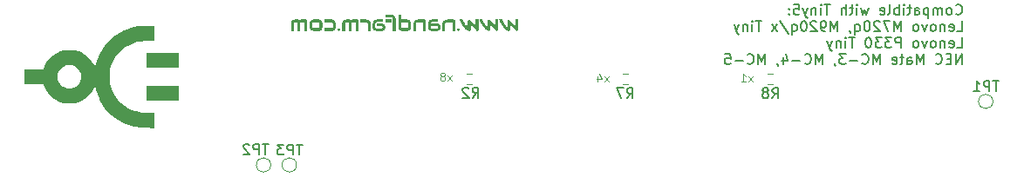
<source format=gbr>
%TF.GenerationSoftware,KiCad,Pcbnew,8.0.7*%
%TF.CreationDate,2025-04-01T17:38:45+03:00*%
%TF.ProjectId,RibbonRiser,52696262-6f6e-4526-9973-65722e6b6963,rev?*%
%TF.SameCoordinates,Original*%
%TF.FileFunction,Legend,Bot*%
%TF.FilePolarity,Positive*%
%FSLAX46Y46*%
G04 Gerber Fmt 4.6, Leading zero omitted, Abs format (unit mm)*
G04 Created by KiCad (PCBNEW 8.0.7) date 2025-04-01 17:38:45*
%MOMM*%
%LPD*%
G01*
G04 APERTURE LIST*
%ADD10C,0.110000*%
%ADD11C,0.150000*%
%ADD12C,0.120000*%
%ADD13C,0.000000*%
G04 APERTURE END LIST*
D10*
X113890476Y-128896375D02*
X113471428Y-128363041D01*
X113890476Y-128363041D02*
X113471428Y-128896375D01*
X112823809Y-128363041D02*
X112823809Y-128896375D01*
X113014285Y-128058280D02*
X113204762Y-128629708D01*
X113204762Y-128629708D02*
X112709523Y-128629708D01*
D11*
G36*
X103260317Y-122801252D02*
G01*
X103292855Y-122872579D01*
X103326721Y-122943310D01*
X103361914Y-123013446D01*
X103398436Y-123082986D01*
X103435874Y-123151313D01*
X103474182Y-123217808D01*
X103513360Y-123282472D01*
X103553408Y-123345303D01*
X103599242Y-123413274D01*
X103645655Y-123478289D01*
X103692648Y-123540348D01*
X103719005Y-123573548D01*
X103766317Y-123630020D01*
X103818681Y-123687465D01*
X103870831Y-123739329D01*
X103886434Y-123753799D01*
X103942881Y-123802041D01*
X104003374Y-123845782D01*
X104048000Y-123872501D01*
X104119913Y-123903005D01*
X104192362Y-123914958D01*
X104196744Y-123915000D01*
X104250600Y-123904741D01*
X104293831Y-123876531D01*
X104322407Y-123833667D01*
X104332665Y-123780177D01*
X104332665Y-123280090D01*
X104864626Y-123874699D01*
X104909323Y-123905474D01*
X104959148Y-123915000D01*
X105011538Y-123904741D01*
X105054403Y-123876531D01*
X105083712Y-123833667D01*
X105094337Y-123780177D01*
X105094337Y-122801252D01*
X104826524Y-122801252D01*
X104826524Y-123435795D01*
X104292732Y-122839354D01*
X104226684Y-122803219D01*
X104224221Y-122802718D01*
X104150956Y-122809544D01*
X104146186Y-122811510D01*
X104087492Y-122858514D01*
X104086102Y-122860603D01*
X104063776Y-122931387D01*
X104063754Y-122933876D01*
X104063754Y-123570983D01*
X104011325Y-123517882D01*
X103962116Y-123462992D01*
X103911706Y-123400546D01*
X103907316Y-123394762D01*
X103860377Y-123330345D01*
X103815775Y-123264543D01*
X103777257Y-123203520D01*
X103736563Y-123135419D01*
X103697601Y-123066626D01*
X103663684Y-123003485D01*
X103627465Y-122933802D01*
X103591852Y-122864293D01*
X103560003Y-122801252D01*
X103260317Y-122801252D01*
G37*
G36*
X101343499Y-122801252D02*
G01*
X101376037Y-122872579D01*
X101409903Y-122943310D01*
X101445097Y-123013446D01*
X101481618Y-123082986D01*
X101519056Y-123151313D01*
X101557364Y-123217808D01*
X101596542Y-123282472D01*
X101636591Y-123345303D01*
X101682424Y-123413274D01*
X101728837Y-123478289D01*
X101775830Y-123540348D01*
X101802187Y-123573548D01*
X101849499Y-123630020D01*
X101901863Y-123687465D01*
X101954013Y-123739329D01*
X101969616Y-123753799D01*
X102026063Y-123802041D01*
X102086556Y-123845782D01*
X102131182Y-123872501D01*
X102203096Y-123903005D01*
X102275544Y-123914958D01*
X102279926Y-123915000D01*
X102333782Y-123904741D01*
X102377013Y-123876531D01*
X102405589Y-123833667D01*
X102415847Y-123780177D01*
X102415847Y-123280090D01*
X102947808Y-123874699D01*
X102992505Y-123905474D01*
X103042330Y-123915000D01*
X103094720Y-123904741D01*
X103137585Y-123876531D01*
X103166894Y-123833667D01*
X103177519Y-123780177D01*
X103177519Y-122801252D01*
X102909706Y-122801252D01*
X102909706Y-123435795D01*
X102375914Y-122839354D01*
X102309866Y-122803219D01*
X102307404Y-122802718D01*
X102234138Y-122809544D01*
X102229368Y-122811510D01*
X102170674Y-122858514D01*
X102169284Y-122860603D01*
X102146958Y-122931387D01*
X102146936Y-122933876D01*
X102146936Y-123570983D01*
X102094507Y-123517882D01*
X102045299Y-123462992D01*
X101994888Y-123400546D01*
X101990498Y-123394762D01*
X101943559Y-123330345D01*
X101898957Y-123264543D01*
X101860439Y-123203520D01*
X101819746Y-123135419D01*
X101780784Y-123066626D01*
X101746866Y-123003485D01*
X101710647Y-122933802D01*
X101675034Y-122864293D01*
X101643185Y-122801252D01*
X101343499Y-122801252D01*
G37*
G36*
X99426681Y-122801252D02*
G01*
X99459219Y-122872579D01*
X99493085Y-122943310D01*
X99528279Y-123013446D01*
X99564801Y-123082986D01*
X99602238Y-123151313D01*
X99640546Y-123217808D01*
X99679725Y-123282472D01*
X99719773Y-123345303D01*
X99765606Y-123413274D01*
X99812019Y-123478289D01*
X99859012Y-123540348D01*
X99885369Y-123573548D01*
X99932681Y-123630020D01*
X99985045Y-123687465D01*
X100037195Y-123739329D01*
X100052798Y-123753799D01*
X100109245Y-123802041D01*
X100169739Y-123845782D01*
X100214364Y-123872501D01*
X100286278Y-123903005D01*
X100358726Y-123914958D01*
X100363108Y-123915000D01*
X100416964Y-123904741D01*
X100460195Y-123876531D01*
X100488771Y-123833667D01*
X100499030Y-123780177D01*
X100499030Y-123280090D01*
X101030990Y-123874699D01*
X101075687Y-123905474D01*
X101125512Y-123915000D01*
X101177903Y-123904741D01*
X101220767Y-123876531D01*
X101250076Y-123833667D01*
X101260701Y-123780177D01*
X101260701Y-122801252D01*
X100992889Y-122801252D01*
X100992889Y-123435795D01*
X100459096Y-122839354D01*
X100393048Y-122803219D01*
X100390586Y-122802718D01*
X100317320Y-122809544D01*
X100312550Y-122811510D01*
X100253856Y-122858514D01*
X100252466Y-122860603D01*
X100230140Y-122931387D01*
X100230118Y-122933876D01*
X100230118Y-123570983D01*
X100177689Y-123517882D01*
X100128481Y-123462992D01*
X100078070Y-123400546D01*
X100073681Y-123394762D01*
X100026741Y-123330345D01*
X99982140Y-123264543D01*
X99943621Y-123203520D01*
X99902928Y-123135419D01*
X99863966Y-123066626D01*
X99830048Y-123003485D01*
X99793829Y-122933802D01*
X99758217Y-122864293D01*
X99726367Y-122801252D01*
X99426681Y-122801252D01*
G37*
G36*
X99190743Y-123780177D02*
G01*
X99201734Y-123832201D01*
X99230310Y-123874333D01*
X99272442Y-123902543D01*
X99323367Y-123912801D01*
X99375390Y-123902543D01*
X99417889Y-123874333D01*
X99446099Y-123832201D01*
X99456357Y-123780177D01*
X99446099Y-123728886D01*
X99417889Y-123686755D01*
X99375390Y-123658178D01*
X99323367Y-123647187D01*
X99272442Y-123658178D01*
X99230310Y-123686755D01*
X99201734Y-123728886D01*
X99190743Y-123780177D01*
G37*
G36*
X97748733Y-123915000D02*
G01*
X98016912Y-123915000D01*
X98016912Y-123296577D01*
X98027009Y-123223968D01*
X98034863Y-123202421D01*
X98074547Y-123140549D01*
X98083956Y-123130980D01*
X98146227Y-123089346D01*
X98156496Y-123085184D01*
X98228719Y-123069631D01*
X98246622Y-123069064D01*
X98715568Y-123069064D01*
X98715568Y-123915000D01*
X98983381Y-123915000D01*
X98983381Y-122933876D01*
X98973122Y-122882219D01*
X98944180Y-122839720D01*
X98900949Y-122811510D01*
X98848192Y-122801252D01*
X98244424Y-122801252D01*
X98168907Y-122807119D01*
X98137812Y-122812609D01*
X98064715Y-122833511D01*
X98026803Y-122849246D01*
X97959799Y-122885825D01*
X97921657Y-122912993D01*
X97866187Y-122964616D01*
X97832997Y-123006782D01*
X97794408Y-123074055D01*
X97771448Y-123133911D01*
X97755144Y-123205599D01*
X97748933Y-123279770D01*
X97748733Y-123296577D01*
X97748733Y-123915000D01*
G37*
G36*
X96372302Y-123546071D02*
G01*
X96380030Y-123619115D01*
X96392086Y-123666238D01*
X96421697Y-123735764D01*
X96455467Y-123785673D01*
X96509441Y-123839099D01*
X96569773Y-123877997D01*
X96642480Y-123904556D01*
X96716433Y-123914421D01*
X96741231Y-123915000D01*
X97224466Y-123915000D01*
X97297510Y-123907415D01*
X97344633Y-123895582D01*
X97413979Y-123865791D01*
X97464068Y-123832201D01*
X97517494Y-123778045D01*
X97556392Y-123717896D01*
X97582951Y-123644925D01*
X97592816Y-123570875D01*
X97593394Y-123546071D01*
X97585810Y-123472884D01*
X97573977Y-123425537D01*
X97544186Y-123355714D01*
X97510596Y-123305736D01*
X97456440Y-123252127D01*
X97396290Y-123213412D01*
X97323320Y-123186589D01*
X97249270Y-123176627D01*
X97224466Y-123176043D01*
X96741231Y-123176043D01*
X96741231Y-123431765D01*
X97224466Y-123431765D01*
X97296967Y-123454016D01*
X97309096Y-123465471D01*
X97338047Y-123533206D01*
X97338771Y-123548269D01*
X97316037Y-123618166D01*
X97304333Y-123629968D01*
X97236829Y-123658562D01*
X97222267Y-123659277D01*
X96741231Y-123659277D01*
X96668972Y-123637510D01*
X96656967Y-123626304D01*
X96627659Y-123558926D01*
X96626926Y-123543872D01*
X96626926Y-123170181D01*
X96648451Y-123098963D01*
X96659532Y-123086650D01*
X96729135Y-123055995D01*
X96741231Y-123055509D01*
X97329612Y-123055509D01*
X97329612Y-122801252D01*
X96741231Y-122801252D01*
X96668330Y-122808980D01*
X96621430Y-122821036D01*
X96551904Y-122850647D01*
X96501995Y-122884417D01*
X96448387Y-122938390D01*
X96409672Y-122998722D01*
X96382849Y-123071430D01*
X96372886Y-123145383D01*
X96372302Y-123170181D01*
X96372302Y-123546071D01*
G37*
G36*
X94916004Y-123915000D02*
G01*
X95184183Y-123915000D01*
X95184183Y-123296577D01*
X95194281Y-123223968D01*
X95202135Y-123202421D01*
X95241818Y-123140549D01*
X95251228Y-123130980D01*
X95313498Y-123089346D01*
X95323768Y-123085184D01*
X95395990Y-123069631D01*
X95413893Y-123069064D01*
X95882840Y-123069064D01*
X95882840Y-123915000D01*
X96150652Y-123915000D01*
X96150652Y-122933876D01*
X96140394Y-122882219D01*
X96111451Y-122839720D01*
X96068220Y-122811510D01*
X96015464Y-122801252D01*
X95411695Y-122801252D01*
X95336179Y-122807119D01*
X95305083Y-122812609D01*
X95231986Y-122833511D01*
X95194075Y-122849246D01*
X95127070Y-122885825D01*
X95088928Y-122912993D01*
X95033458Y-122964616D01*
X95000268Y-123006782D01*
X94961680Y-123074055D01*
X94938719Y-123133911D01*
X94922415Y-123205599D01*
X94916204Y-123279770D01*
X94916004Y-123296577D01*
X94916004Y-123915000D01*
G37*
G36*
X93467400Y-123538743D02*
G01*
X93472964Y-123612237D01*
X93484986Y-123663307D01*
X93514534Y-123732636D01*
X93531514Y-123760027D01*
X93579737Y-123815669D01*
X93598192Y-123831102D01*
X93662526Y-123871716D01*
X93678060Y-123879096D01*
X93749321Y-123903226D01*
X93762690Y-123906207D01*
X93836470Y-123914922D01*
X93843656Y-123915000D01*
X94326891Y-123915000D01*
X94403644Y-123908800D01*
X94450355Y-123897414D01*
X94519354Y-123867693D01*
X94546709Y-123850519D01*
X94602557Y-123801610D01*
X94618150Y-123783108D01*
X94658764Y-123718774D01*
X94666144Y-123703241D01*
X94690275Y-123632240D01*
X94693255Y-123618977D01*
X94701970Y-123545798D01*
X94702048Y-123538743D01*
X94702048Y-123176043D01*
X94695820Y-123097597D01*
X94675183Y-123024748D01*
X94664312Y-123001653D01*
X94621997Y-122936624D01*
X94570523Y-122885150D01*
X94508174Y-122844794D01*
X94448524Y-122821036D01*
X94373830Y-122804517D01*
X94326891Y-122801252D01*
X93843656Y-122801252D01*
X93843656Y-123069064D01*
X94324692Y-123069064D01*
X94396698Y-123088626D01*
X94406025Y-123096542D01*
X94433624Y-123166442D01*
X94433869Y-123176043D01*
X94433869Y-123536912D01*
X94414568Y-123609989D01*
X94406758Y-123619344D01*
X94336495Y-123646942D01*
X94326891Y-123647187D01*
X93843656Y-123647187D01*
X93771361Y-123627365D01*
X93762323Y-123619344D01*
X93735451Y-123548416D01*
X93735212Y-123538743D01*
X93735212Y-122330108D01*
X93467400Y-122330108D01*
X93467400Y-123538743D01*
G37*
G36*
X92233485Y-123069064D02*
G01*
X92839452Y-123069064D01*
X92839452Y-122801252D01*
X92233485Y-122801252D01*
X92233485Y-123069064D01*
G37*
G36*
X92233485Y-122585830D02*
G01*
X92837254Y-122585830D01*
X92908304Y-122603969D01*
X92919685Y-122613307D01*
X92947284Y-122683207D01*
X92947529Y-122692808D01*
X92947529Y-123915000D01*
X93215708Y-123915000D01*
X93215708Y-122692808D01*
X93209508Y-122616055D01*
X93198122Y-122569344D01*
X93168401Y-122500345D01*
X93151228Y-122472990D01*
X93102318Y-122417348D01*
X93083817Y-122401915D01*
X93019483Y-122361302D01*
X93003949Y-122353921D01*
X92933209Y-122329694D01*
X92920052Y-122326810D01*
X92846634Y-122318095D01*
X92839452Y-122318018D01*
X92233485Y-122318018D01*
X92233485Y-122585830D01*
G37*
G36*
X91001402Y-123546071D02*
G01*
X91009130Y-123619115D01*
X91021186Y-123666238D01*
X91050797Y-123735764D01*
X91084567Y-123785673D01*
X91138540Y-123839099D01*
X91198872Y-123877997D01*
X91271580Y-123904556D01*
X91345533Y-123914421D01*
X91370331Y-123915000D01*
X91853565Y-123915000D01*
X91926609Y-123907415D01*
X91973733Y-123895582D01*
X92043079Y-123865791D01*
X92093168Y-123832201D01*
X92146594Y-123778045D01*
X92185491Y-123717896D01*
X92212051Y-123644925D01*
X92221916Y-123570875D01*
X92222494Y-123546071D01*
X92214909Y-123472884D01*
X92203077Y-123425537D01*
X92173286Y-123355714D01*
X92139696Y-123305736D01*
X92085540Y-123252127D01*
X92025390Y-123213412D01*
X91952420Y-123186589D01*
X91878369Y-123176627D01*
X91853565Y-123176043D01*
X91370331Y-123176043D01*
X91370331Y-123431765D01*
X91853565Y-123431765D01*
X91926067Y-123454016D01*
X91938196Y-123465471D01*
X91967147Y-123533206D01*
X91967871Y-123548269D01*
X91945136Y-123618166D01*
X91933433Y-123629968D01*
X91865929Y-123658562D01*
X91851367Y-123659277D01*
X91370331Y-123659277D01*
X91298071Y-123637510D01*
X91286067Y-123626304D01*
X91256759Y-123558926D01*
X91256025Y-123543872D01*
X91256025Y-123170181D01*
X91277551Y-123098963D01*
X91288632Y-123086650D01*
X91358235Y-123055995D01*
X91370331Y-123055509D01*
X91958712Y-123055509D01*
X91958712Y-122801252D01*
X91370331Y-122801252D01*
X91297430Y-122808980D01*
X91250530Y-122821036D01*
X91181004Y-122850647D01*
X91131095Y-122884417D01*
X91077486Y-122938390D01*
X91038771Y-122998722D01*
X91011949Y-123071430D01*
X91001986Y-123145383D01*
X91001402Y-123170181D01*
X91001402Y-123546071D01*
G37*
G36*
X89804856Y-123069064D02*
G01*
X90407892Y-123069064D01*
X90478942Y-123087204D01*
X90490324Y-123096542D01*
X90517560Y-123166442D01*
X90517801Y-123176043D01*
X90517801Y-123915000D01*
X90785980Y-123915000D01*
X90785980Y-123176043D01*
X90779780Y-123099289D01*
X90768394Y-123052578D01*
X90738673Y-122983580D01*
X90721500Y-122956224D01*
X90672590Y-122900583D01*
X90654089Y-122885150D01*
X90589755Y-122844536D01*
X90574221Y-122837156D01*
X90502960Y-122812929D01*
X90489591Y-122810045D01*
X90416713Y-122801329D01*
X90409724Y-122801252D01*
X89804856Y-122801252D01*
X89804856Y-123069064D01*
G37*
G36*
X88640917Y-123915000D02*
G01*
X88908729Y-123915000D01*
X88908729Y-123176043D01*
X88930047Y-123103714D01*
X88936573Y-123096542D01*
X89005776Y-123069494D01*
X89019005Y-123069064D01*
X89367418Y-123069064D01*
X89367418Y-123915000D01*
X89635230Y-123915000D01*
X89635230Y-122933876D01*
X89624972Y-122882219D01*
X89596029Y-122839720D01*
X89552798Y-122811510D01*
X89500041Y-122801252D01*
X89016807Y-122801252D01*
X88940246Y-122809772D01*
X88897372Y-122821036D01*
X88827511Y-122850415D01*
X88775739Y-122883684D01*
X88775739Y-122801252D01*
X88413039Y-122801252D01*
X88338056Y-122808980D01*
X88332805Y-122810045D01*
X88261968Y-122831567D01*
X88248907Y-122837156D01*
X88183457Y-122874532D01*
X88169040Y-122885150D01*
X88115096Y-122938548D01*
X88101995Y-122956224D01*
X88066257Y-123022886D01*
X88055467Y-123052578D01*
X88040355Y-123126395D01*
X88037882Y-123176043D01*
X88037882Y-123915000D01*
X88306060Y-123915000D01*
X88306060Y-123176043D01*
X88326256Y-123103714D01*
X88332438Y-123096542D01*
X88403054Y-123069306D01*
X88413039Y-123069064D01*
X88654106Y-123069064D01*
X88641960Y-123144326D01*
X88640917Y-123176043D01*
X88640917Y-123915000D01*
G37*
G36*
X87578461Y-123780177D02*
G01*
X87589452Y-123832201D01*
X87618028Y-123874333D01*
X87660160Y-123902543D01*
X87711085Y-123912801D01*
X87763108Y-123902543D01*
X87805607Y-123874333D01*
X87833817Y-123832201D01*
X87844075Y-123780177D01*
X87833817Y-123728886D01*
X87805607Y-123686755D01*
X87763108Y-123658178D01*
X87711085Y-123647187D01*
X87660160Y-123658178D01*
X87618028Y-123686755D01*
X87589452Y-123728886D01*
X87578461Y-123780177D01*
G37*
G36*
X86292156Y-123915000D02*
G01*
X87018656Y-123915000D01*
X87092272Y-123907415D01*
X87140289Y-123895582D01*
X87211348Y-123865443D01*
X87262288Y-123831102D01*
X87316676Y-123775778D01*
X87356078Y-123714598D01*
X87381873Y-123645596D01*
X87392892Y-123570471D01*
X87393813Y-123538743D01*
X87393813Y-123176043D01*
X87386085Y-123101060D01*
X87385020Y-123095809D01*
X87363401Y-123024972D01*
X87357909Y-123011912D01*
X87320533Y-122946461D01*
X87309916Y-122932044D01*
X87256392Y-122878100D01*
X87238841Y-122865000D01*
X87172179Y-122829451D01*
X87142487Y-122818838D01*
X87068356Y-122803725D01*
X87018656Y-122801252D01*
X86292156Y-122801252D01*
X86292156Y-123069064D01*
X87018656Y-123069064D01*
X87091265Y-123089541D01*
X87098524Y-123095809D01*
X87125211Y-123164771D01*
X87125635Y-123178241D01*
X87125635Y-123538743D01*
X87106073Y-123610034D01*
X87098157Y-123619344D01*
X87029515Y-123646752D01*
X87016458Y-123647187D01*
X86292156Y-123647187D01*
X86292156Y-123915000D01*
G37*
G36*
X85780389Y-122804517D02*
G01*
X85855083Y-122821036D01*
X85914734Y-122844794D01*
X85977083Y-122885150D01*
X86028557Y-122936624D01*
X86070872Y-123001653D01*
X86081743Y-123024748D01*
X86102379Y-123097597D01*
X86108607Y-123176043D01*
X86108607Y-123538743D01*
X86107686Y-123570471D01*
X86096668Y-123645596D01*
X86070872Y-123714598D01*
X86031470Y-123775778D01*
X85977083Y-123831102D01*
X85926142Y-123865443D01*
X85855083Y-123895582D01*
X85807067Y-123907415D01*
X85733450Y-123915000D01*
X85250216Y-123915000D01*
X85243030Y-123914922D01*
X85169249Y-123906207D01*
X85155890Y-123903226D01*
X85084986Y-123879096D01*
X85069452Y-123871716D01*
X85005118Y-123831102D01*
X84986502Y-123815669D01*
X84938073Y-123760027D01*
X84921093Y-123732636D01*
X84891545Y-123663307D01*
X84879524Y-123612237D01*
X84873960Y-123538743D01*
X84873960Y-123178241D01*
X85142138Y-123178241D01*
X85142138Y-123538743D01*
X85142373Y-123548416D01*
X85168883Y-123619344D01*
X85177920Y-123627365D01*
X85250216Y-123647187D01*
X85731252Y-123647187D01*
X85744310Y-123646752D01*
X85812951Y-123619344D01*
X85820867Y-123610034D01*
X85840429Y-123538743D01*
X85840429Y-123176043D01*
X85840187Y-123166442D01*
X85812951Y-123096542D01*
X85803615Y-123088626D01*
X85731252Y-123069064D01*
X85250216Y-123069064D01*
X85240546Y-123069299D01*
X85169982Y-123095809D01*
X85160520Y-123106856D01*
X85142138Y-123178241D01*
X84873960Y-123178241D01*
X84873960Y-123176043D01*
X84877285Y-123128629D01*
X84894110Y-123053677D01*
X84918313Y-122994027D01*
X84958590Y-122931678D01*
X85009881Y-122880112D01*
X85075094Y-122838255D01*
X85098399Y-122827595D01*
X85171649Y-122807359D01*
X85250216Y-122801252D01*
X85733450Y-122801252D01*
X85780389Y-122804517D01*
G37*
G36*
X83659829Y-123915000D02*
G01*
X83927641Y-123915000D01*
X83927641Y-123176043D01*
X83948959Y-123103714D01*
X83955484Y-123096542D01*
X84024687Y-123069494D01*
X84037916Y-123069064D01*
X84386329Y-123069064D01*
X84386329Y-123915000D01*
X84654141Y-123915000D01*
X84654141Y-122933876D01*
X84643883Y-122882219D01*
X84614940Y-122839720D01*
X84571709Y-122811510D01*
X84518953Y-122801252D01*
X84035718Y-122801252D01*
X83959157Y-122809772D01*
X83916284Y-122821036D01*
X83846422Y-122850415D01*
X83794651Y-122883684D01*
X83794651Y-122801252D01*
X83431950Y-122801252D01*
X83356967Y-122808980D01*
X83351716Y-122810045D01*
X83280879Y-122831567D01*
X83267819Y-122837156D01*
X83202368Y-122874532D01*
X83187951Y-122885150D01*
X83134007Y-122938548D01*
X83120907Y-122956224D01*
X83085169Y-123022886D01*
X83074378Y-123052578D01*
X83059266Y-123126395D01*
X83056793Y-123176043D01*
X83056793Y-123915000D01*
X83324972Y-123915000D01*
X83324972Y-123176043D01*
X83345167Y-123103714D01*
X83351350Y-123096542D01*
X83421966Y-123069306D01*
X83431950Y-123069064D01*
X83673018Y-123069064D01*
X83660872Y-123144326D01*
X83659829Y-123176043D01*
X83659829Y-123915000D01*
G37*
X147591792Y-122244748D02*
X147639411Y-122292368D01*
X147639411Y-122292368D02*
X147782268Y-122339987D01*
X147782268Y-122339987D02*
X147877506Y-122339987D01*
X147877506Y-122339987D02*
X148020363Y-122292368D01*
X148020363Y-122292368D02*
X148115601Y-122197129D01*
X148115601Y-122197129D02*
X148163220Y-122101891D01*
X148163220Y-122101891D02*
X148210839Y-121911415D01*
X148210839Y-121911415D02*
X148210839Y-121768558D01*
X148210839Y-121768558D02*
X148163220Y-121578082D01*
X148163220Y-121578082D02*
X148115601Y-121482844D01*
X148115601Y-121482844D02*
X148020363Y-121387606D01*
X148020363Y-121387606D02*
X147877506Y-121339987D01*
X147877506Y-121339987D02*
X147782268Y-121339987D01*
X147782268Y-121339987D02*
X147639411Y-121387606D01*
X147639411Y-121387606D02*
X147591792Y-121435225D01*
X147020363Y-122339987D02*
X147115601Y-122292368D01*
X147115601Y-122292368D02*
X147163220Y-122244748D01*
X147163220Y-122244748D02*
X147210839Y-122149510D01*
X147210839Y-122149510D02*
X147210839Y-121863796D01*
X147210839Y-121863796D02*
X147163220Y-121768558D01*
X147163220Y-121768558D02*
X147115601Y-121720939D01*
X147115601Y-121720939D02*
X147020363Y-121673320D01*
X147020363Y-121673320D02*
X146877506Y-121673320D01*
X146877506Y-121673320D02*
X146782268Y-121720939D01*
X146782268Y-121720939D02*
X146734649Y-121768558D01*
X146734649Y-121768558D02*
X146687030Y-121863796D01*
X146687030Y-121863796D02*
X146687030Y-122149510D01*
X146687030Y-122149510D02*
X146734649Y-122244748D01*
X146734649Y-122244748D02*
X146782268Y-122292368D01*
X146782268Y-122292368D02*
X146877506Y-122339987D01*
X146877506Y-122339987D02*
X147020363Y-122339987D01*
X146258458Y-122339987D02*
X146258458Y-121673320D01*
X146258458Y-121768558D02*
X146210839Y-121720939D01*
X146210839Y-121720939D02*
X146115601Y-121673320D01*
X146115601Y-121673320D02*
X145972744Y-121673320D01*
X145972744Y-121673320D02*
X145877506Y-121720939D01*
X145877506Y-121720939D02*
X145829887Y-121816177D01*
X145829887Y-121816177D02*
X145829887Y-122339987D01*
X145829887Y-121816177D02*
X145782268Y-121720939D01*
X145782268Y-121720939D02*
X145687030Y-121673320D01*
X145687030Y-121673320D02*
X145544173Y-121673320D01*
X145544173Y-121673320D02*
X145448934Y-121720939D01*
X145448934Y-121720939D02*
X145401315Y-121816177D01*
X145401315Y-121816177D02*
X145401315Y-122339987D01*
X144925125Y-121673320D02*
X144925125Y-122673320D01*
X144925125Y-121720939D02*
X144829887Y-121673320D01*
X144829887Y-121673320D02*
X144639411Y-121673320D01*
X144639411Y-121673320D02*
X144544173Y-121720939D01*
X144544173Y-121720939D02*
X144496554Y-121768558D01*
X144496554Y-121768558D02*
X144448935Y-121863796D01*
X144448935Y-121863796D02*
X144448935Y-122149510D01*
X144448935Y-122149510D02*
X144496554Y-122244748D01*
X144496554Y-122244748D02*
X144544173Y-122292368D01*
X144544173Y-122292368D02*
X144639411Y-122339987D01*
X144639411Y-122339987D02*
X144829887Y-122339987D01*
X144829887Y-122339987D02*
X144925125Y-122292368D01*
X143591792Y-122339987D02*
X143591792Y-121816177D01*
X143591792Y-121816177D02*
X143639411Y-121720939D01*
X143639411Y-121720939D02*
X143734649Y-121673320D01*
X143734649Y-121673320D02*
X143925125Y-121673320D01*
X143925125Y-121673320D02*
X144020363Y-121720939D01*
X143591792Y-122292368D02*
X143687030Y-122339987D01*
X143687030Y-122339987D02*
X143925125Y-122339987D01*
X143925125Y-122339987D02*
X144020363Y-122292368D01*
X144020363Y-122292368D02*
X144067982Y-122197129D01*
X144067982Y-122197129D02*
X144067982Y-122101891D01*
X144067982Y-122101891D02*
X144020363Y-122006653D01*
X144020363Y-122006653D02*
X143925125Y-121959034D01*
X143925125Y-121959034D02*
X143687030Y-121959034D01*
X143687030Y-121959034D02*
X143591792Y-121911415D01*
X143258458Y-121673320D02*
X142877506Y-121673320D01*
X143115601Y-121339987D02*
X143115601Y-122197129D01*
X143115601Y-122197129D02*
X143067982Y-122292368D01*
X143067982Y-122292368D02*
X142972744Y-122339987D01*
X142972744Y-122339987D02*
X142877506Y-122339987D01*
X142544172Y-122339987D02*
X142544172Y-121673320D01*
X142544172Y-121339987D02*
X142591791Y-121387606D01*
X142591791Y-121387606D02*
X142544172Y-121435225D01*
X142544172Y-121435225D02*
X142496553Y-121387606D01*
X142496553Y-121387606D02*
X142544172Y-121339987D01*
X142544172Y-121339987D02*
X142544172Y-121435225D01*
X142067982Y-122339987D02*
X142067982Y-121339987D01*
X142067982Y-121720939D02*
X141972744Y-121673320D01*
X141972744Y-121673320D02*
X141782268Y-121673320D01*
X141782268Y-121673320D02*
X141687030Y-121720939D01*
X141687030Y-121720939D02*
X141639411Y-121768558D01*
X141639411Y-121768558D02*
X141591792Y-121863796D01*
X141591792Y-121863796D02*
X141591792Y-122149510D01*
X141591792Y-122149510D02*
X141639411Y-122244748D01*
X141639411Y-122244748D02*
X141687030Y-122292368D01*
X141687030Y-122292368D02*
X141782268Y-122339987D01*
X141782268Y-122339987D02*
X141972744Y-122339987D01*
X141972744Y-122339987D02*
X142067982Y-122292368D01*
X141020363Y-122339987D02*
X141115601Y-122292368D01*
X141115601Y-122292368D02*
X141163220Y-122197129D01*
X141163220Y-122197129D02*
X141163220Y-121339987D01*
X140258458Y-122292368D02*
X140353696Y-122339987D01*
X140353696Y-122339987D02*
X140544172Y-122339987D01*
X140544172Y-122339987D02*
X140639410Y-122292368D01*
X140639410Y-122292368D02*
X140687029Y-122197129D01*
X140687029Y-122197129D02*
X140687029Y-121816177D01*
X140687029Y-121816177D02*
X140639410Y-121720939D01*
X140639410Y-121720939D02*
X140544172Y-121673320D01*
X140544172Y-121673320D02*
X140353696Y-121673320D01*
X140353696Y-121673320D02*
X140258458Y-121720939D01*
X140258458Y-121720939D02*
X140210839Y-121816177D01*
X140210839Y-121816177D02*
X140210839Y-121911415D01*
X140210839Y-121911415D02*
X140687029Y-122006653D01*
X139115600Y-121673320D02*
X138925124Y-122339987D01*
X138925124Y-122339987D02*
X138734648Y-121863796D01*
X138734648Y-121863796D02*
X138544172Y-122339987D01*
X138544172Y-122339987D02*
X138353696Y-121673320D01*
X137972743Y-122339987D02*
X137972743Y-121673320D01*
X137972743Y-121339987D02*
X138020362Y-121387606D01*
X138020362Y-121387606D02*
X137972743Y-121435225D01*
X137972743Y-121435225D02*
X137925124Y-121387606D01*
X137925124Y-121387606D02*
X137972743Y-121339987D01*
X137972743Y-121339987D02*
X137972743Y-121435225D01*
X137639410Y-121673320D02*
X137258458Y-121673320D01*
X137496553Y-121339987D02*
X137496553Y-122197129D01*
X137496553Y-122197129D02*
X137448934Y-122292368D01*
X137448934Y-122292368D02*
X137353696Y-122339987D01*
X137353696Y-122339987D02*
X137258458Y-122339987D01*
X136925124Y-122339987D02*
X136925124Y-121339987D01*
X136496553Y-122339987D02*
X136496553Y-121816177D01*
X136496553Y-121816177D02*
X136544172Y-121720939D01*
X136544172Y-121720939D02*
X136639410Y-121673320D01*
X136639410Y-121673320D02*
X136782267Y-121673320D01*
X136782267Y-121673320D02*
X136877505Y-121720939D01*
X136877505Y-121720939D02*
X136925124Y-121768558D01*
X135401314Y-121339987D02*
X134829886Y-121339987D01*
X135115600Y-122339987D02*
X135115600Y-121339987D01*
X134496552Y-122339987D02*
X134496552Y-121673320D01*
X134496552Y-121339987D02*
X134544171Y-121387606D01*
X134544171Y-121387606D02*
X134496552Y-121435225D01*
X134496552Y-121435225D02*
X134448933Y-121387606D01*
X134448933Y-121387606D02*
X134496552Y-121339987D01*
X134496552Y-121339987D02*
X134496552Y-121435225D01*
X134020362Y-121673320D02*
X134020362Y-122339987D01*
X134020362Y-121768558D02*
X133972743Y-121720939D01*
X133972743Y-121720939D02*
X133877505Y-121673320D01*
X133877505Y-121673320D02*
X133734648Y-121673320D01*
X133734648Y-121673320D02*
X133639410Y-121720939D01*
X133639410Y-121720939D02*
X133591791Y-121816177D01*
X133591791Y-121816177D02*
X133591791Y-122339987D01*
X133210838Y-121673320D02*
X132972743Y-122339987D01*
X132734648Y-121673320D02*
X132972743Y-122339987D01*
X132972743Y-122339987D02*
X133067981Y-122578082D01*
X133067981Y-122578082D02*
X133115600Y-122625701D01*
X133115600Y-122625701D02*
X133210838Y-122673320D01*
X131877505Y-121339987D02*
X132353695Y-121339987D01*
X132353695Y-121339987D02*
X132401314Y-121816177D01*
X132401314Y-121816177D02*
X132353695Y-121768558D01*
X132353695Y-121768558D02*
X132258457Y-121720939D01*
X132258457Y-121720939D02*
X132020362Y-121720939D01*
X132020362Y-121720939D02*
X131925124Y-121768558D01*
X131925124Y-121768558D02*
X131877505Y-121816177D01*
X131877505Y-121816177D02*
X131829886Y-121911415D01*
X131829886Y-121911415D02*
X131829886Y-122149510D01*
X131829886Y-122149510D02*
X131877505Y-122244748D01*
X131877505Y-122244748D02*
X131925124Y-122292368D01*
X131925124Y-122292368D02*
X132020362Y-122339987D01*
X132020362Y-122339987D02*
X132258457Y-122339987D01*
X132258457Y-122339987D02*
X132353695Y-122292368D01*
X132353695Y-122292368D02*
X132401314Y-122244748D01*
X131401314Y-122244748D02*
X131353695Y-122292368D01*
X131353695Y-122292368D02*
X131401314Y-122339987D01*
X131401314Y-122339987D02*
X131448933Y-122292368D01*
X131448933Y-122292368D02*
X131401314Y-122244748D01*
X131401314Y-122244748D02*
X131401314Y-122339987D01*
X131401314Y-121720939D02*
X131353695Y-121768558D01*
X131353695Y-121768558D02*
X131401314Y-121816177D01*
X131401314Y-121816177D02*
X131448933Y-121768558D01*
X131448933Y-121768558D02*
X131401314Y-121720939D01*
X131401314Y-121720939D02*
X131401314Y-121816177D01*
X147687030Y-123949931D02*
X148163220Y-123949931D01*
X148163220Y-123949931D02*
X148163220Y-122949931D01*
X146972744Y-123902312D02*
X147067982Y-123949931D01*
X147067982Y-123949931D02*
X147258458Y-123949931D01*
X147258458Y-123949931D02*
X147353696Y-123902312D01*
X147353696Y-123902312D02*
X147401315Y-123807073D01*
X147401315Y-123807073D02*
X147401315Y-123426121D01*
X147401315Y-123426121D02*
X147353696Y-123330883D01*
X147353696Y-123330883D02*
X147258458Y-123283264D01*
X147258458Y-123283264D02*
X147067982Y-123283264D01*
X147067982Y-123283264D02*
X146972744Y-123330883D01*
X146972744Y-123330883D02*
X146925125Y-123426121D01*
X146925125Y-123426121D02*
X146925125Y-123521359D01*
X146925125Y-123521359D02*
X147401315Y-123616597D01*
X146496553Y-123283264D02*
X146496553Y-123949931D01*
X146496553Y-123378502D02*
X146448934Y-123330883D01*
X146448934Y-123330883D02*
X146353696Y-123283264D01*
X146353696Y-123283264D02*
X146210839Y-123283264D01*
X146210839Y-123283264D02*
X146115601Y-123330883D01*
X146115601Y-123330883D02*
X146067982Y-123426121D01*
X146067982Y-123426121D02*
X146067982Y-123949931D01*
X145448934Y-123949931D02*
X145544172Y-123902312D01*
X145544172Y-123902312D02*
X145591791Y-123854692D01*
X145591791Y-123854692D02*
X145639410Y-123759454D01*
X145639410Y-123759454D02*
X145639410Y-123473740D01*
X145639410Y-123473740D02*
X145591791Y-123378502D01*
X145591791Y-123378502D02*
X145544172Y-123330883D01*
X145544172Y-123330883D02*
X145448934Y-123283264D01*
X145448934Y-123283264D02*
X145306077Y-123283264D01*
X145306077Y-123283264D02*
X145210839Y-123330883D01*
X145210839Y-123330883D02*
X145163220Y-123378502D01*
X145163220Y-123378502D02*
X145115601Y-123473740D01*
X145115601Y-123473740D02*
X145115601Y-123759454D01*
X145115601Y-123759454D02*
X145163220Y-123854692D01*
X145163220Y-123854692D02*
X145210839Y-123902312D01*
X145210839Y-123902312D02*
X145306077Y-123949931D01*
X145306077Y-123949931D02*
X145448934Y-123949931D01*
X144782267Y-123283264D02*
X144544172Y-123949931D01*
X144544172Y-123949931D02*
X144306077Y-123283264D01*
X143782267Y-123949931D02*
X143877505Y-123902312D01*
X143877505Y-123902312D02*
X143925124Y-123854692D01*
X143925124Y-123854692D02*
X143972743Y-123759454D01*
X143972743Y-123759454D02*
X143972743Y-123473740D01*
X143972743Y-123473740D02*
X143925124Y-123378502D01*
X143925124Y-123378502D02*
X143877505Y-123330883D01*
X143877505Y-123330883D02*
X143782267Y-123283264D01*
X143782267Y-123283264D02*
X143639410Y-123283264D01*
X143639410Y-123283264D02*
X143544172Y-123330883D01*
X143544172Y-123330883D02*
X143496553Y-123378502D01*
X143496553Y-123378502D02*
X143448934Y-123473740D01*
X143448934Y-123473740D02*
X143448934Y-123759454D01*
X143448934Y-123759454D02*
X143496553Y-123854692D01*
X143496553Y-123854692D02*
X143544172Y-123902312D01*
X143544172Y-123902312D02*
X143639410Y-123949931D01*
X143639410Y-123949931D02*
X143782267Y-123949931D01*
X142258457Y-123949931D02*
X142258457Y-122949931D01*
X142258457Y-122949931D02*
X141925124Y-123664216D01*
X141925124Y-123664216D02*
X141591791Y-122949931D01*
X141591791Y-122949931D02*
X141591791Y-123949931D01*
X141210838Y-122949931D02*
X140544172Y-122949931D01*
X140544172Y-122949931D02*
X140972743Y-123949931D01*
X140210838Y-123045169D02*
X140163219Y-122997550D01*
X140163219Y-122997550D02*
X140067981Y-122949931D01*
X140067981Y-122949931D02*
X139829886Y-122949931D01*
X139829886Y-122949931D02*
X139734648Y-122997550D01*
X139734648Y-122997550D02*
X139687029Y-123045169D01*
X139687029Y-123045169D02*
X139639410Y-123140407D01*
X139639410Y-123140407D02*
X139639410Y-123235645D01*
X139639410Y-123235645D02*
X139687029Y-123378502D01*
X139687029Y-123378502D02*
X140258457Y-123949931D01*
X140258457Y-123949931D02*
X139639410Y-123949931D01*
X139020362Y-122949931D02*
X138925124Y-122949931D01*
X138925124Y-122949931D02*
X138829886Y-122997550D01*
X138829886Y-122997550D02*
X138782267Y-123045169D01*
X138782267Y-123045169D02*
X138734648Y-123140407D01*
X138734648Y-123140407D02*
X138687029Y-123330883D01*
X138687029Y-123330883D02*
X138687029Y-123568978D01*
X138687029Y-123568978D02*
X138734648Y-123759454D01*
X138734648Y-123759454D02*
X138782267Y-123854692D01*
X138782267Y-123854692D02*
X138829886Y-123902312D01*
X138829886Y-123902312D02*
X138925124Y-123949931D01*
X138925124Y-123949931D02*
X139020362Y-123949931D01*
X139020362Y-123949931D02*
X139115600Y-123902312D01*
X139115600Y-123902312D02*
X139163219Y-123854692D01*
X139163219Y-123854692D02*
X139210838Y-123759454D01*
X139210838Y-123759454D02*
X139258457Y-123568978D01*
X139258457Y-123568978D02*
X139258457Y-123330883D01*
X139258457Y-123330883D02*
X139210838Y-123140407D01*
X139210838Y-123140407D02*
X139163219Y-123045169D01*
X139163219Y-123045169D02*
X139115600Y-122997550D01*
X139115600Y-122997550D02*
X139020362Y-122949931D01*
X137829886Y-123283264D02*
X137829886Y-124283264D01*
X137829886Y-123902312D02*
X137925124Y-123949931D01*
X137925124Y-123949931D02*
X138115600Y-123949931D01*
X138115600Y-123949931D02*
X138210838Y-123902312D01*
X138210838Y-123902312D02*
X138258457Y-123854692D01*
X138258457Y-123854692D02*
X138306076Y-123759454D01*
X138306076Y-123759454D02*
X138306076Y-123473740D01*
X138306076Y-123473740D02*
X138258457Y-123378502D01*
X138258457Y-123378502D02*
X138210838Y-123330883D01*
X138210838Y-123330883D02*
X138115600Y-123283264D01*
X138115600Y-123283264D02*
X137925124Y-123283264D01*
X137925124Y-123283264D02*
X137829886Y-123330883D01*
X137306076Y-123902312D02*
X137306076Y-123949931D01*
X137306076Y-123949931D02*
X137353695Y-124045169D01*
X137353695Y-124045169D02*
X137401314Y-124092788D01*
X136115600Y-123949931D02*
X136115600Y-122949931D01*
X136115600Y-122949931D02*
X135782267Y-123664216D01*
X135782267Y-123664216D02*
X135448934Y-122949931D01*
X135448934Y-122949931D02*
X135448934Y-123949931D01*
X134925124Y-123949931D02*
X134734648Y-123949931D01*
X134734648Y-123949931D02*
X134639410Y-123902312D01*
X134639410Y-123902312D02*
X134591791Y-123854692D01*
X134591791Y-123854692D02*
X134496553Y-123711835D01*
X134496553Y-123711835D02*
X134448934Y-123521359D01*
X134448934Y-123521359D02*
X134448934Y-123140407D01*
X134448934Y-123140407D02*
X134496553Y-123045169D01*
X134496553Y-123045169D02*
X134544172Y-122997550D01*
X134544172Y-122997550D02*
X134639410Y-122949931D01*
X134639410Y-122949931D02*
X134829886Y-122949931D01*
X134829886Y-122949931D02*
X134925124Y-122997550D01*
X134925124Y-122997550D02*
X134972743Y-123045169D01*
X134972743Y-123045169D02*
X135020362Y-123140407D01*
X135020362Y-123140407D02*
X135020362Y-123378502D01*
X135020362Y-123378502D02*
X134972743Y-123473740D01*
X134972743Y-123473740D02*
X134925124Y-123521359D01*
X134925124Y-123521359D02*
X134829886Y-123568978D01*
X134829886Y-123568978D02*
X134639410Y-123568978D01*
X134639410Y-123568978D02*
X134544172Y-123521359D01*
X134544172Y-123521359D02*
X134496553Y-123473740D01*
X134496553Y-123473740D02*
X134448934Y-123378502D01*
X134067981Y-123045169D02*
X134020362Y-122997550D01*
X134020362Y-122997550D02*
X133925124Y-122949931D01*
X133925124Y-122949931D02*
X133687029Y-122949931D01*
X133687029Y-122949931D02*
X133591791Y-122997550D01*
X133591791Y-122997550D02*
X133544172Y-123045169D01*
X133544172Y-123045169D02*
X133496553Y-123140407D01*
X133496553Y-123140407D02*
X133496553Y-123235645D01*
X133496553Y-123235645D02*
X133544172Y-123378502D01*
X133544172Y-123378502D02*
X134115600Y-123949931D01*
X134115600Y-123949931D02*
X133496553Y-123949931D01*
X132877505Y-122949931D02*
X132782267Y-122949931D01*
X132782267Y-122949931D02*
X132687029Y-122997550D01*
X132687029Y-122997550D02*
X132639410Y-123045169D01*
X132639410Y-123045169D02*
X132591791Y-123140407D01*
X132591791Y-123140407D02*
X132544172Y-123330883D01*
X132544172Y-123330883D02*
X132544172Y-123568978D01*
X132544172Y-123568978D02*
X132591791Y-123759454D01*
X132591791Y-123759454D02*
X132639410Y-123854692D01*
X132639410Y-123854692D02*
X132687029Y-123902312D01*
X132687029Y-123902312D02*
X132782267Y-123949931D01*
X132782267Y-123949931D02*
X132877505Y-123949931D01*
X132877505Y-123949931D02*
X132972743Y-123902312D01*
X132972743Y-123902312D02*
X133020362Y-123854692D01*
X133020362Y-123854692D02*
X133067981Y-123759454D01*
X133067981Y-123759454D02*
X133115600Y-123568978D01*
X133115600Y-123568978D02*
X133115600Y-123330883D01*
X133115600Y-123330883D02*
X133067981Y-123140407D01*
X133067981Y-123140407D02*
X133020362Y-123045169D01*
X133020362Y-123045169D02*
X132972743Y-122997550D01*
X132972743Y-122997550D02*
X132877505Y-122949931D01*
X131687029Y-123283264D02*
X131687029Y-124283264D01*
X131687029Y-123902312D02*
X131782267Y-123949931D01*
X131782267Y-123949931D02*
X131972743Y-123949931D01*
X131972743Y-123949931D02*
X132067981Y-123902312D01*
X132067981Y-123902312D02*
X132115600Y-123854692D01*
X132115600Y-123854692D02*
X132163219Y-123759454D01*
X132163219Y-123759454D02*
X132163219Y-123473740D01*
X132163219Y-123473740D02*
X132115600Y-123378502D01*
X132115600Y-123378502D02*
X132067981Y-123330883D01*
X132067981Y-123330883D02*
X131972743Y-123283264D01*
X131972743Y-123283264D02*
X131782267Y-123283264D01*
X131782267Y-123283264D02*
X131687029Y-123330883D01*
X130496553Y-122902312D02*
X131353695Y-124188026D01*
X130258457Y-123949931D02*
X129734648Y-123283264D01*
X130258457Y-123283264D02*
X129734648Y-123949931D01*
X128734647Y-122949931D02*
X128163219Y-122949931D01*
X128448933Y-123949931D02*
X128448933Y-122949931D01*
X127829885Y-123949931D02*
X127829885Y-123283264D01*
X127829885Y-122949931D02*
X127877504Y-122997550D01*
X127877504Y-122997550D02*
X127829885Y-123045169D01*
X127829885Y-123045169D02*
X127782266Y-122997550D01*
X127782266Y-122997550D02*
X127829885Y-122949931D01*
X127829885Y-122949931D02*
X127829885Y-123045169D01*
X127353695Y-123283264D02*
X127353695Y-123949931D01*
X127353695Y-123378502D02*
X127306076Y-123330883D01*
X127306076Y-123330883D02*
X127210838Y-123283264D01*
X127210838Y-123283264D02*
X127067981Y-123283264D01*
X127067981Y-123283264D02*
X126972743Y-123330883D01*
X126972743Y-123330883D02*
X126925124Y-123426121D01*
X126925124Y-123426121D02*
X126925124Y-123949931D01*
X126544171Y-123283264D02*
X126306076Y-123949931D01*
X126067981Y-123283264D02*
X126306076Y-123949931D01*
X126306076Y-123949931D02*
X126401314Y-124188026D01*
X126401314Y-124188026D02*
X126448933Y-124235645D01*
X126448933Y-124235645D02*
X126544171Y-124283264D01*
X147687030Y-125559875D02*
X148163220Y-125559875D01*
X148163220Y-125559875D02*
X148163220Y-124559875D01*
X146972744Y-125512256D02*
X147067982Y-125559875D01*
X147067982Y-125559875D02*
X147258458Y-125559875D01*
X147258458Y-125559875D02*
X147353696Y-125512256D01*
X147353696Y-125512256D02*
X147401315Y-125417017D01*
X147401315Y-125417017D02*
X147401315Y-125036065D01*
X147401315Y-125036065D02*
X147353696Y-124940827D01*
X147353696Y-124940827D02*
X147258458Y-124893208D01*
X147258458Y-124893208D02*
X147067982Y-124893208D01*
X147067982Y-124893208D02*
X146972744Y-124940827D01*
X146972744Y-124940827D02*
X146925125Y-125036065D01*
X146925125Y-125036065D02*
X146925125Y-125131303D01*
X146925125Y-125131303D02*
X147401315Y-125226541D01*
X146496553Y-124893208D02*
X146496553Y-125559875D01*
X146496553Y-124988446D02*
X146448934Y-124940827D01*
X146448934Y-124940827D02*
X146353696Y-124893208D01*
X146353696Y-124893208D02*
X146210839Y-124893208D01*
X146210839Y-124893208D02*
X146115601Y-124940827D01*
X146115601Y-124940827D02*
X146067982Y-125036065D01*
X146067982Y-125036065D02*
X146067982Y-125559875D01*
X145448934Y-125559875D02*
X145544172Y-125512256D01*
X145544172Y-125512256D02*
X145591791Y-125464636D01*
X145591791Y-125464636D02*
X145639410Y-125369398D01*
X145639410Y-125369398D02*
X145639410Y-125083684D01*
X145639410Y-125083684D02*
X145591791Y-124988446D01*
X145591791Y-124988446D02*
X145544172Y-124940827D01*
X145544172Y-124940827D02*
X145448934Y-124893208D01*
X145448934Y-124893208D02*
X145306077Y-124893208D01*
X145306077Y-124893208D02*
X145210839Y-124940827D01*
X145210839Y-124940827D02*
X145163220Y-124988446D01*
X145163220Y-124988446D02*
X145115601Y-125083684D01*
X145115601Y-125083684D02*
X145115601Y-125369398D01*
X145115601Y-125369398D02*
X145163220Y-125464636D01*
X145163220Y-125464636D02*
X145210839Y-125512256D01*
X145210839Y-125512256D02*
X145306077Y-125559875D01*
X145306077Y-125559875D02*
X145448934Y-125559875D01*
X144782267Y-124893208D02*
X144544172Y-125559875D01*
X144544172Y-125559875D02*
X144306077Y-124893208D01*
X143782267Y-125559875D02*
X143877505Y-125512256D01*
X143877505Y-125512256D02*
X143925124Y-125464636D01*
X143925124Y-125464636D02*
X143972743Y-125369398D01*
X143972743Y-125369398D02*
X143972743Y-125083684D01*
X143972743Y-125083684D02*
X143925124Y-124988446D01*
X143925124Y-124988446D02*
X143877505Y-124940827D01*
X143877505Y-124940827D02*
X143782267Y-124893208D01*
X143782267Y-124893208D02*
X143639410Y-124893208D01*
X143639410Y-124893208D02*
X143544172Y-124940827D01*
X143544172Y-124940827D02*
X143496553Y-124988446D01*
X143496553Y-124988446D02*
X143448934Y-125083684D01*
X143448934Y-125083684D02*
X143448934Y-125369398D01*
X143448934Y-125369398D02*
X143496553Y-125464636D01*
X143496553Y-125464636D02*
X143544172Y-125512256D01*
X143544172Y-125512256D02*
X143639410Y-125559875D01*
X143639410Y-125559875D02*
X143782267Y-125559875D01*
X142258457Y-125559875D02*
X142258457Y-124559875D01*
X142258457Y-124559875D02*
X141877505Y-124559875D01*
X141877505Y-124559875D02*
X141782267Y-124607494D01*
X141782267Y-124607494D02*
X141734648Y-124655113D01*
X141734648Y-124655113D02*
X141687029Y-124750351D01*
X141687029Y-124750351D02*
X141687029Y-124893208D01*
X141687029Y-124893208D02*
X141734648Y-124988446D01*
X141734648Y-124988446D02*
X141782267Y-125036065D01*
X141782267Y-125036065D02*
X141877505Y-125083684D01*
X141877505Y-125083684D02*
X142258457Y-125083684D01*
X141353695Y-124559875D02*
X140734648Y-124559875D01*
X140734648Y-124559875D02*
X141067981Y-124940827D01*
X141067981Y-124940827D02*
X140925124Y-124940827D01*
X140925124Y-124940827D02*
X140829886Y-124988446D01*
X140829886Y-124988446D02*
X140782267Y-125036065D01*
X140782267Y-125036065D02*
X140734648Y-125131303D01*
X140734648Y-125131303D02*
X140734648Y-125369398D01*
X140734648Y-125369398D02*
X140782267Y-125464636D01*
X140782267Y-125464636D02*
X140829886Y-125512256D01*
X140829886Y-125512256D02*
X140925124Y-125559875D01*
X140925124Y-125559875D02*
X141210838Y-125559875D01*
X141210838Y-125559875D02*
X141306076Y-125512256D01*
X141306076Y-125512256D02*
X141353695Y-125464636D01*
X140401314Y-124559875D02*
X139782267Y-124559875D01*
X139782267Y-124559875D02*
X140115600Y-124940827D01*
X140115600Y-124940827D02*
X139972743Y-124940827D01*
X139972743Y-124940827D02*
X139877505Y-124988446D01*
X139877505Y-124988446D02*
X139829886Y-125036065D01*
X139829886Y-125036065D02*
X139782267Y-125131303D01*
X139782267Y-125131303D02*
X139782267Y-125369398D01*
X139782267Y-125369398D02*
X139829886Y-125464636D01*
X139829886Y-125464636D02*
X139877505Y-125512256D01*
X139877505Y-125512256D02*
X139972743Y-125559875D01*
X139972743Y-125559875D02*
X140258457Y-125559875D01*
X140258457Y-125559875D02*
X140353695Y-125512256D01*
X140353695Y-125512256D02*
X140401314Y-125464636D01*
X139163219Y-124559875D02*
X139067981Y-124559875D01*
X139067981Y-124559875D02*
X138972743Y-124607494D01*
X138972743Y-124607494D02*
X138925124Y-124655113D01*
X138925124Y-124655113D02*
X138877505Y-124750351D01*
X138877505Y-124750351D02*
X138829886Y-124940827D01*
X138829886Y-124940827D02*
X138829886Y-125178922D01*
X138829886Y-125178922D02*
X138877505Y-125369398D01*
X138877505Y-125369398D02*
X138925124Y-125464636D01*
X138925124Y-125464636D02*
X138972743Y-125512256D01*
X138972743Y-125512256D02*
X139067981Y-125559875D01*
X139067981Y-125559875D02*
X139163219Y-125559875D01*
X139163219Y-125559875D02*
X139258457Y-125512256D01*
X139258457Y-125512256D02*
X139306076Y-125464636D01*
X139306076Y-125464636D02*
X139353695Y-125369398D01*
X139353695Y-125369398D02*
X139401314Y-125178922D01*
X139401314Y-125178922D02*
X139401314Y-124940827D01*
X139401314Y-124940827D02*
X139353695Y-124750351D01*
X139353695Y-124750351D02*
X139306076Y-124655113D01*
X139306076Y-124655113D02*
X139258457Y-124607494D01*
X139258457Y-124607494D02*
X139163219Y-124559875D01*
X137782266Y-124559875D02*
X137210838Y-124559875D01*
X137496552Y-125559875D02*
X137496552Y-124559875D01*
X136877504Y-125559875D02*
X136877504Y-124893208D01*
X136877504Y-124559875D02*
X136925123Y-124607494D01*
X136925123Y-124607494D02*
X136877504Y-124655113D01*
X136877504Y-124655113D02*
X136829885Y-124607494D01*
X136829885Y-124607494D02*
X136877504Y-124559875D01*
X136877504Y-124559875D02*
X136877504Y-124655113D01*
X136401314Y-124893208D02*
X136401314Y-125559875D01*
X136401314Y-124988446D02*
X136353695Y-124940827D01*
X136353695Y-124940827D02*
X136258457Y-124893208D01*
X136258457Y-124893208D02*
X136115600Y-124893208D01*
X136115600Y-124893208D02*
X136020362Y-124940827D01*
X136020362Y-124940827D02*
X135972743Y-125036065D01*
X135972743Y-125036065D02*
X135972743Y-125559875D01*
X135591790Y-124893208D02*
X135353695Y-125559875D01*
X135115600Y-124893208D02*
X135353695Y-125559875D01*
X135353695Y-125559875D02*
X135448933Y-125797970D01*
X135448933Y-125797970D02*
X135496552Y-125845589D01*
X135496552Y-125845589D02*
X135591790Y-125893208D01*
X148163220Y-127169819D02*
X148163220Y-126169819D01*
X148163220Y-126169819D02*
X147591792Y-127169819D01*
X147591792Y-127169819D02*
X147591792Y-126169819D01*
X147115601Y-126646009D02*
X146782268Y-126646009D01*
X146639411Y-127169819D02*
X147115601Y-127169819D01*
X147115601Y-127169819D02*
X147115601Y-126169819D01*
X147115601Y-126169819D02*
X146639411Y-126169819D01*
X145639411Y-127074580D02*
X145687030Y-127122200D01*
X145687030Y-127122200D02*
X145829887Y-127169819D01*
X145829887Y-127169819D02*
X145925125Y-127169819D01*
X145925125Y-127169819D02*
X146067982Y-127122200D01*
X146067982Y-127122200D02*
X146163220Y-127026961D01*
X146163220Y-127026961D02*
X146210839Y-126931723D01*
X146210839Y-126931723D02*
X146258458Y-126741247D01*
X146258458Y-126741247D02*
X146258458Y-126598390D01*
X146258458Y-126598390D02*
X146210839Y-126407914D01*
X146210839Y-126407914D02*
X146163220Y-126312676D01*
X146163220Y-126312676D02*
X146067982Y-126217438D01*
X146067982Y-126217438D02*
X145925125Y-126169819D01*
X145925125Y-126169819D02*
X145829887Y-126169819D01*
X145829887Y-126169819D02*
X145687030Y-126217438D01*
X145687030Y-126217438D02*
X145639411Y-126265057D01*
X144448934Y-127169819D02*
X144448934Y-126169819D01*
X144448934Y-126169819D02*
X144115601Y-126884104D01*
X144115601Y-126884104D02*
X143782268Y-126169819D01*
X143782268Y-126169819D02*
X143782268Y-127169819D01*
X142877506Y-127169819D02*
X142877506Y-126646009D01*
X142877506Y-126646009D02*
X142925125Y-126550771D01*
X142925125Y-126550771D02*
X143020363Y-126503152D01*
X143020363Y-126503152D02*
X143210839Y-126503152D01*
X143210839Y-126503152D02*
X143306077Y-126550771D01*
X142877506Y-127122200D02*
X142972744Y-127169819D01*
X142972744Y-127169819D02*
X143210839Y-127169819D01*
X143210839Y-127169819D02*
X143306077Y-127122200D01*
X143306077Y-127122200D02*
X143353696Y-127026961D01*
X143353696Y-127026961D02*
X143353696Y-126931723D01*
X143353696Y-126931723D02*
X143306077Y-126836485D01*
X143306077Y-126836485D02*
X143210839Y-126788866D01*
X143210839Y-126788866D02*
X142972744Y-126788866D01*
X142972744Y-126788866D02*
X142877506Y-126741247D01*
X142544172Y-126503152D02*
X142163220Y-126503152D01*
X142401315Y-126169819D02*
X142401315Y-127026961D01*
X142401315Y-127026961D02*
X142353696Y-127122200D01*
X142353696Y-127122200D02*
X142258458Y-127169819D01*
X142258458Y-127169819D02*
X142163220Y-127169819D01*
X141448934Y-127122200D02*
X141544172Y-127169819D01*
X141544172Y-127169819D02*
X141734648Y-127169819D01*
X141734648Y-127169819D02*
X141829886Y-127122200D01*
X141829886Y-127122200D02*
X141877505Y-127026961D01*
X141877505Y-127026961D02*
X141877505Y-126646009D01*
X141877505Y-126646009D02*
X141829886Y-126550771D01*
X141829886Y-126550771D02*
X141734648Y-126503152D01*
X141734648Y-126503152D02*
X141544172Y-126503152D01*
X141544172Y-126503152D02*
X141448934Y-126550771D01*
X141448934Y-126550771D02*
X141401315Y-126646009D01*
X141401315Y-126646009D02*
X141401315Y-126741247D01*
X141401315Y-126741247D02*
X141877505Y-126836485D01*
X140210838Y-127169819D02*
X140210838Y-126169819D01*
X140210838Y-126169819D02*
X139877505Y-126884104D01*
X139877505Y-126884104D02*
X139544172Y-126169819D01*
X139544172Y-126169819D02*
X139544172Y-127169819D01*
X138496553Y-127074580D02*
X138544172Y-127122200D01*
X138544172Y-127122200D02*
X138687029Y-127169819D01*
X138687029Y-127169819D02*
X138782267Y-127169819D01*
X138782267Y-127169819D02*
X138925124Y-127122200D01*
X138925124Y-127122200D02*
X139020362Y-127026961D01*
X139020362Y-127026961D02*
X139067981Y-126931723D01*
X139067981Y-126931723D02*
X139115600Y-126741247D01*
X139115600Y-126741247D02*
X139115600Y-126598390D01*
X139115600Y-126598390D02*
X139067981Y-126407914D01*
X139067981Y-126407914D02*
X139020362Y-126312676D01*
X139020362Y-126312676D02*
X138925124Y-126217438D01*
X138925124Y-126217438D02*
X138782267Y-126169819D01*
X138782267Y-126169819D02*
X138687029Y-126169819D01*
X138687029Y-126169819D02*
X138544172Y-126217438D01*
X138544172Y-126217438D02*
X138496553Y-126265057D01*
X138067981Y-126788866D02*
X137306077Y-126788866D01*
X136925124Y-126169819D02*
X136306077Y-126169819D01*
X136306077Y-126169819D02*
X136639410Y-126550771D01*
X136639410Y-126550771D02*
X136496553Y-126550771D01*
X136496553Y-126550771D02*
X136401315Y-126598390D01*
X136401315Y-126598390D02*
X136353696Y-126646009D01*
X136353696Y-126646009D02*
X136306077Y-126741247D01*
X136306077Y-126741247D02*
X136306077Y-126979342D01*
X136306077Y-126979342D02*
X136353696Y-127074580D01*
X136353696Y-127074580D02*
X136401315Y-127122200D01*
X136401315Y-127122200D02*
X136496553Y-127169819D01*
X136496553Y-127169819D02*
X136782267Y-127169819D01*
X136782267Y-127169819D02*
X136877505Y-127122200D01*
X136877505Y-127122200D02*
X136925124Y-127074580D01*
X135829886Y-127122200D02*
X135829886Y-127169819D01*
X135829886Y-127169819D02*
X135877505Y-127265057D01*
X135877505Y-127265057D02*
X135925124Y-127312676D01*
X134639410Y-127169819D02*
X134639410Y-126169819D01*
X134639410Y-126169819D02*
X134306077Y-126884104D01*
X134306077Y-126884104D02*
X133972744Y-126169819D01*
X133972744Y-126169819D02*
X133972744Y-127169819D01*
X132925125Y-127074580D02*
X132972744Y-127122200D01*
X132972744Y-127122200D02*
X133115601Y-127169819D01*
X133115601Y-127169819D02*
X133210839Y-127169819D01*
X133210839Y-127169819D02*
X133353696Y-127122200D01*
X133353696Y-127122200D02*
X133448934Y-127026961D01*
X133448934Y-127026961D02*
X133496553Y-126931723D01*
X133496553Y-126931723D02*
X133544172Y-126741247D01*
X133544172Y-126741247D02*
X133544172Y-126598390D01*
X133544172Y-126598390D02*
X133496553Y-126407914D01*
X133496553Y-126407914D02*
X133448934Y-126312676D01*
X133448934Y-126312676D02*
X133353696Y-126217438D01*
X133353696Y-126217438D02*
X133210839Y-126169819D01*
X133210839Y-126169819D02*
X133115601Y-126169819D01*
X133115601Y-126169819D02*
X132972744Y-126217438D01*
X132972744Y-126217438D02*
X132925125Y-126265057D01*
X132496553Y-126788866D02*
X131734649Y-126788866D01*
X130829887Y-126503152D02*
X130829887Y-127169819D01*
X131067982Y-126122200D02*
X131306077Y-126836485D01*
X131306077Y-126836485D02*
X130687030Y-126836485D01*
X130258458Y-127122200D02*
X130258458Y-127169819D01*
X130258458Y-127169819D02*
X130306077Y-127265057D01*
X130306077Y-127265057D02*
X130353696Y-127312676D01*
X129067982Y-127169819D02*
X129067982Y-126169819D01*
X129067982Y-126169819D02*
X128734649Y-126884104D01*
X128734649Y-126884104D02*
X128401316Y-126169819D01*
X128401316Y-126169819D02*
X128401316Y-127169819D01*
X127353697Y-127074580D02*
X127401316Y-127122200D01*
X127401316Y-127122200D02*
X127544173Y-127169819D01*
X127544173Y-127169819D02*
X127639411Y-127169819D01*
X127639411Y-127169819D02*
X127782268Y-127122200D01*
X127782268Y-127122200D02*
X127877506Y-127026961D01*
X127877506Y-127026961D02*
X127925125Y-126931723D01*
X127925125Y-126931723D02*
X127972744Y-126741247D01*
X127972744Y-126741247D02*
X127972744Y-126598390D01*
X127972744Y-126598390D02*
X127925125Y-126407914D01*
X127925125Y-126407914D02*
X127877506Y-126312676D01*
X127877506Y-126312676D02*
X127782268Y-126217438D01*
X127782268Y-126217438D02*
X127639411Y-126169819D01*
X127639411Y-126169819D02*
X127544173Y-126169819D01*
X127544173Y-126169819D02*
X127401316Y-126217438D01*
X127401316Y-126217438D02*
X127353697Y-126265057D01*
X126925125Y-126788866D02*
X126163221Y-126788866D01*
X125210840Y-126169819D02*
X125687030Y-126169819D01*
X125687030Y-126169819D02*
X125734649Y-126646009D01*
X125734649Y-126646009D02*
X125687030Y-126598390D01*
X125687030Y-126598390D02*
X125591792Y-126550771D01*
X125591792Y-126550771D02*
X125353697Y-126550771D01*
X125353697Y-126550771D02*
X125258459Y-126598390D01*
X125258459Y-126598390D02*
X125210840Y-126646009D01*
X125210840Y-126646009D02*
X125163221Y-126741247D01*
X125163221Y-126741247D02*
X125163221Y-126979342D01*
X125163221Y-126979342D02*
X125210840Y-127074580D01*
X125210840Y-127074580D02*
X125258459Y-127122200D01*
X125258459Y-127122200D02*
X125353697Y-127169819D01*
X125353697Y-127169819D02*
X125591792Y-127169819D01*
X125591792Y-127169819D02*
X125687030Y-127122200D01*
X125687030Y-127122200D02*
X125734649Y-127074580D01*
D10*
X127890476Y-128896375D02*
X127471428Y-128363041D01*
X127890476Y-128363041D02*
X127471428Y-128896375D01*
X126747619Y-128896375D02*
X127204762Y-128896375D01*
X126976190Y-128896375D02*
X126976190Y-128096375D01*
X126976190Y-128096375D02*
X127052381Y-128210660D01*
X127052381Y-128210660D02*
X127128571Y-128286851D01*
X127128571Y-128286851D02*
X127204762Y-128324946D01*
X98690476Y-128796375D02*
X98271428Y-128263041D01*
X98690476Y-128263041D02*
X98271428Y-128796375D01*
X97852381Y-128339232D02*
X97928571Y-128301137D01*
X97928571Y-128301137D02*
X97966666Y-128263041D01*
X97966666Y-128263041D02*
X98004762Y-128186851D01*
X98004762Y-128186851D02*
X98004762Y-128148756D01*
X98004762Y-128148756D02*
X97966666Y-128072565D01*
X97966666Y-128072565D02*
X97928571Y-128034470D01*
X97928571Y-128034470D02*
X97852381Y-127996375D01*
X97852381Y-127996375D02*
X97700000Y-127996375D01*
X97700000Y-127996375D02*
X97623809Y-128034470D01*
X97623809Y-128034470D02*
X97585714Y-128072565D01*
X97585714Y-128072565D02*
X97547619Y-128148756D01*
X97547619Y-128148756D02*
X97547619Y-128186851D01*
X97547619Y-128186851D02*
X97585714Y-128263041D01*
X97585714Y-128263041D02*
X97623809Y-128301137D01*
X97623809Y-128301137D02*
X97700000Y-128339232D01*
X97700000Y-128339232D02*
X97852381Y-128339232D01*
X97852381Y-128339232D02*
X97928571Y-128377327D01*
X97928571Y-128377327D02*
X97966666Y-128415422D01*
X97966666Y-128415422D02*
X98004762Y-128491613D01*
X98004762Y-128491613D02*
X98004762Y-128643994D01*
X98004762Y-128643994D02*
X97966666Y-128720184D01*
X97966666Y-128720184D02*
X97928571Y-128758280D01*
X97928571Y-128758280D02*
X97852381Y-128796375D01*
X97852381Y-128796375D02*
X97700000Y-128796375D01*
X97700000Y-128796375D02*
X97623809Y-128758280D01*
X97623809Y-128758280D02*
X97585714Y-128720184D01*
X97585714Y-128720184D02*
X97547619Y-128643994D01*
X97547619Y-128643994D02*
X97547619Y-128491613D01*
X97547619Y-128491613D02*
X97585714Y-128415422D01*
X97585714Y-128415422D02*
X97623809Y-128377327D01*
X97623809Y-128377327D02*
X97700000Y-128339232D01*
D11*
X129779166Y-130484819D02*
X130112499Y-130008628D01*
X130350594Y-130484819D02*
X130350594Y-129484819D01*
X130350594Y-129484819D02*
X129969642Y-129484819D01*
X129969642Y-129484819D02*
X129874404Y-129532438D01*
X129874404Y-129532438D02*
X129826785Y-129580057D01*
X129826785Y-129580057D02*
X129779166Y-129675295D01*
X129779166Y-129675295D02*
X129779166Y-129818152D01*
X129779166Y-129818152D02*
X129826785Y-129913390D01*
X129826785Y-129913390D02*
X129874404Y-129961009D01*
X129874404Y-129961009D02*
X129969642Y-130008628D01*
X129969642Y-130008628D02*
X130350594Y-130008628D01*
X129207737Y-129913390D02*
X129302975Y-129865771D01*
X129302975Y-129865771D02*
X129350594Y-129818152D01*
X129350594Y-129818152D02*
X129398213Y-129722914D01*
X129398213Y-129722914D02*
X129398213Y-129675295D01*
X129398213Y-129675295D02*
X129350594Y-129580057D01*
X129350594Y-129580057D02*
X129302975Y-129532438D01*
X129302975Y-129532438D02*
X129207737Y-129484819D01*
X129207737Y-129484819D02*
X129017261Y-129484819D01*
X129017261Y-129484819D02*
X128922023Y-129532438D01*
X128922023Y-129532438D02*
X128874404Y-129580057D01*
X128874404Y-129580057D02*
X128826785Y-129675295D01*
X128826785Y-129675295D02*
X128826785Y-129722914D01*
X128826785Y-129722914D02*
X128874404Y-129818152D01*
X128874404Y-129818152D02*
X128922023Y-129865771D01*
X128922023Y-129865771D02*
X129017261Y-129913390D01*
X129017261Y-129913390D02*
X129207737Y-129913390D01*
X129207737Y-129913390D02*
X129302975Y-129961009D01*
X129302975Y-129961009D02*
X129350594Y-130008628D01*
X129350594Y-130008628D02*
X129398213Y-130103866D01*
X129398213Y-130103866D02*
X129398213Y-130294342D01*
X129398213Y-130294342D02*
X129350594Y-130389580D01*
X129350594Y-130389580D02*
X129302975Y-130437200D01*
X129302975Y-130437200D02*
X129207737Y-130484819D01*
X129207737Y-130484819D02*
X129017261Y-130484819D01*
X129017261Y-130484819D02*
X128922023Y-130437200D01*
X128922023Y-130437200D02*
X128874404Y-130389580D01*
X128874404Y-130389580D02*
X128826785Y-130294342D01*
X128826785Y-130294342D02*
X128826785Y-130103866D01*
X128826785Y-130103866D02*
X128874404Y-130008628D01*
X128874404Y-130008628D02*
X128922023Y-129961009D01*
X128922023Y-129961009D02*
X129017261Y-129913390D01*
X80861904Y-134954819D02*
X80290476Y-134954819D01*
X80576190Y-135954819D02*
X80576190Y-134954819D01*
X79957142Y-135954819D02*
X79957142Y-134954819D01*
X79957142Y-134954819D02*
X79576190Y-134954819D01*
X79576190Y-134954819D02*
X79480952Y-135002438D01*
X79480952Y-135002438D02*
X79433333Y-135050057D01*
X79433333Y-135050057D02*
X79385714Y-135145295D01*
X79385714Y-135145295D02*
X79385714Y-135288152D01*
X79385714Y-135288152D02*
X79433333Y-135383390D01*
X79433333Y-135383390D02*
X79480952Y-135431009D01*
X79480952Y-135431009D02*
X79576190Y-135478628D01*
X79576190Y-135478628D02*
X79957142Y-135478628D01*
X79004761Y-135050057D02*
X78957142Y-135002438D01*
X78957142Y-135002438D02*
X78861904Y-134954819D01*
X78861904Y-134954819D02*
X78623809Y-134954819D01*
X78623809Y-134954819D02*
X78528571Y-135002438D01*
X78528571Y-135002438D02*
X78480952Y-135050057D01*
X78480952Y-135050057D02*
X78433333Y-135145295D01*
X78433333Y-135145295D02*
X78433333Y-135240533D01*
X78433333Y-135240533D02*
X78480952Y-135383390D01*
X78480952Y-135383390D02*
X79052380Y-135954819D01*
X79052380Y-135954819D02*
X78433333Y-135954819D01*
X115654166Y-130484819D02*
X115987499Y-130008628D01*
X116225594Y-130484819D02*
X116225594Y-129484819D01*
X116225594Y-129484819D02*
X115844642Y-129484819D01*
X115844642Y-129484819D02*
X115749404Y-129532438D01*
X115749404Y-129532438D02*
X115701785Y-129580057D01*
X115701785Y-129580057D02*
X115654166Y-129675295D01*
X115654166Y-129675295D02*
X115654166Y-129818152D01*
X115654166Y-129818152D02*
X115701785Y-129913390D01*
X115701785Y-129913390D02*
X115749404Y-129961009D01*
X115749404Y-129961009D02*
X115844642Y-130008628D01*
X115844642Y-130008628D02*
X116225594Y-130008628D01*
X115320832Y-129484819D02*
X114654166Y-129484819D01*
X114654166Y-129484819D02*
X115082737Y-130484819D01*
X84161904Y-135006819D02*
X83590476Y-135006819D01*
X83876190Y-136006819D02*
X83876190Y-135006819D01*
X83257142Y-136006819D02*
X83257142Y-135006819D01*
X83257142Y-135006819D02*
X82876190Y-135006819D01*
X82876190Y-135006819D02*
X82780952Y-135054438D01*
X82780952Y-135054438D02*
X82733333Y-135102057D01*
X82733333Y-135102057D02*
X82685714Y-135197295D01*
X82685714Y-135197295D02*
X82685714Y-135340152D01*
X82685714Y-135340152D02*
X82733333Y-135435390D01*
X82733333Y-135435390D02*
X82780952Y-135483009D01*
X82780952Y-135483009D02*
X82876190Y-135530628D01*
X82876190Y-135530628D02*
X83257142Y-135530628D01*
X82352380Y-135006819D02*
X81733333Y-135006819D01*
X81733333Y-135006819D02*
X82066666Y-135387771D01*
X82066666Y-135387771D02*
X81923809Y-135387771D01*
X81923809Y-135387771D02*
X81828571Y-135435390D01*
X81828571Y-135435390D02*
X81780952Y-135483009D01*
X81780952Y-135483009D02*
X81733333Y-135578247D01*
X81733333Y-135578247D02*
X81733333Y-135816342D01*
X81733333Y-135816342D02*
X81780952Y-135911580D01*
X81780952Y-135911580D02*
X81828571Y-135959200D01*
X81828571Y-135959200D02*
X81923809Y-136006819D01*
X81923809Y-136006819D02*
X82209523Y-136006819D01*
X82209523Y-136006819D02*
X82304761Y-135959200D01*
X82304761Y-135959200D02*
X82352380Y-135911580D01*
X100676666Y-130434819D02*
X101009999Y-129958628D01*
X101248094Y-130434819D02*
X101248094Y-129434819D01*
X101248094Y-129434819D02*
X100867142Y-129434819D01*
X100867142Y-129434819D02*
X100771904Y-129482438D01*
X100771904Y-129482438D02*
X100724285Y-129530057D01*
X100724285Y-129530057D02*
X100676666Y-129625295D01*
X100676666Y-129625295D02*
X100676666Y-129768152D01*
X100676666Y-129768152D02*
X100724285Y-129863390D01*
X100724285Y-129863390D02*
X100771904Y-129911009D01*
X100771904Y-129911009D02*
X100867142Y-129958628D01*
X100867142Y-129958628D02*
X101248094Y-129958628D01*
X100295713Y-129530057D02*
X100248094Y-129482438D01*
X100248094Y-129482438D02*
X100152856Y-129434819D01*
X100152856Y-129434819D02*
X99914761Y-129434819D01*
X99914761Y-129434819D02*
X99819523Y-129482438D01*
X99819523Y-129482438D02*
X99771904Y-129530057D01*
X99771904Y-129530057D02*
X99724285Y-129625295D01*
X99724285Y-129625295D02*
X99724285Y-129720533D01*
X99724285Y-129720533D02*
X99771904Y-129863390D01*
X99771904Y-129863390D02*
X100343332Y-130434819D01*
X100343332Y-130434819D02*
X99724285Y-130434819D01*
X151761904Y-128806819D02*
X151190476Y-128806819D01*
X151476190Y-129806819D02*
X151476190Y-128806819D01*
X150857142Y-129806819D02*
X150857142Y-128806819D01*
X150857142Y-128806819D02*
X150476190Y-128806819D01*
X150476190Y-128806819D02*
X150380952Y-128854438D01*
X150380952Y-128854438D02*
X150333333Y-128902057D01*
X150333333Y-128902057D02*
X150285714Y-128997295D01*
X150285714Y-128997295D02*
X150285714Y-129140152D01*
X150285714Y-129140152D02*
X150333333Y-129235390D01*
X150333333Y-129235390D02*
X150380952Y-129283009D01*
X150380952Y-129283009D02*
X150476190Y-129330628D01*
X150476190Y-129330628D02*
X150857142Y-129330628D01*
X149333333Y-129806819D02*
X149904761Y-129806819D01*
X149619047Y-129806819D02*
X149619047Y-128806819D01*
X149619047Y-128806819D02*
X149714285Y-128949676D01*
X149714285Y-128949676D02*
X149809523Y-129044914D01*
X149809523Y-129044914D02*
X149904761Y-129092533D01*
D12*
%TO.C,R8*%
X129867224Y-128077500D02*
X129357776Y-128077500D01*
X129867224Y-129122500D02*
X129357776Y-129122500D01*
%TO.C,TP2*%
X81100000Y-137000000D02*
G75*
G02*
X79700000Y-137000000I-700000J0D01*
G01*
X79700000Y-137000000D02*
G75*
G02*
X81100000Y-137000000I700000J0D01*
G01*
%TO.C,R7*%
X115742224Y-128077500D02*
X115232776Y-128077500D01*
X115742224Y-129122500D02*
X115232776Y-129122500D01*
%TO.C,TP3*%
X83600000Y-137000000D02*
G75*
G02*
X82200000Y-137000000I-700000J0D01*
G01*
X82200000Y-137000000D02*
G75*
G02*
X83600000Y-137000000I700000J0D01*
G01*
D13*
%TO.C,G\u002A\u002A\u002A*%
G36*
X72186759Y-129979695D02*
G01*
X72180138Y-130710226D01*
X70612930Y-130716658D01*
X69045723Y-130723089D01*
X69045723Y-129986127D01*
X69045723Y-129249164D01*
X70619551Y-129249164D01*
X72193379Y-129249164D01*
X72186759Y-129979695D01*
G37*
G36*
X72192625Y-126751622D02*
G01*
X72192625Y-127475909D01*
X70631662Y-127475909D01*
X69070698Y-127475909D01*
X69070698Y-126751622D01*
X69070698Y-126027335D01*
X70631662Y-126027335D01*
X72192625Y-126027335D01*
X72192625Y-126751622D01*
G37*
G36*
X69770010Y-124135146D02*
G01*
X69770010Y-124871243D01*
X69601426Y-124887165D01*
X69569020Y-124889731D01*
X69465974Y-124895024D01*
X69332712Y-124899301D01*
X69182915Y-124902176D01*
X69030263Y-124903264D01*
X69013057Y-124903289D01*
X68761157Y-124908756D01*
X68540868Y-124925423D01*
X68335640Y-124955690D01*
X68128925Y-125001959D01*
X67904173Y-125066629D01*
X67799375Y-125101794D01*
X67597890Y-125180505D01*
X67391039Y-125273510D01*
X67192279Y-125374211D01*
X67015067Y-125476010D01*
X66872861Y-125572308D01*
X66869490Y-125574881D01*
X66762385Y-125664334D01*
X66634571Y-125782695D01*
X66495740Y-125919880D01*
X66355589Y-126065803D01*
X66223812Y-126210379D01*
X66110104Y-126343524D01*
X66024160Y-126455152D01*
X65893161Y-126659289D01*
X65731631Y-126973638D01*
X65602086Y-127306596D01*
X65511339Y-127642389D01*
X65506872Y-127664579D01*
X65474558Y-127891404D01*
X65457677Y-128150887D01*
X65455994Y-128429717D01*
X65469273Y-128714580D01*
X65497279Y-128992167D01*
X65539776Y-129249164D01*
X65544823Y-129272976D01*
X65619693Y-129535150D01*
X65730313Y-129811013D01*
X65870755Y-130088725D01*
X66035088Y-130356444D01*
X66217384Y-130602331D01*
X66268949Y-130663841D01*
X66559277Y-130964676D01*
X66880485Y-131227433D01*
X67229274Y-131450216D01*
X67602341Y-131631132D01*
X67996385Y-131768284D01*
X68408105Y-131859779D01*
X68418127Y-131861351D01*
X68535028Y-131875026D01*
X68682141Y-131886205D01*
X68841659Y-131893771D01*
X68995772Y-131896608D01*
X69015501Y-131896644D01*
X69168484Y-131898229D01*
X69322137Y-131901789D01*
X69459588Y-131906840D01*
X69563963Y-131912898D01*
X69770010Y-131928937D01*
X69770010Y-132662010D01*
X69770010Y-133395083D01*
X69536620Y-133395083D01*
X69506958Y-133395010D01*
X69232070Y-133388358D01*
X68938703Y-133371787D01*
X68638252Y-133346538D01*
X68342112Y-133313852D01*
X68061678Y-133274970D01*
X67808343Y-133231130D01*
X67593504Y-133183574D01*
X67244261Y-133078015D01*
X66819485Y-132904588D01*
X66410303Y-132687814D01*
X66020716Y-132430964D01*
X65654726Y-132137309D01*
X65316334Y-131810121D01*
X65009542Y-131452671D01*
X64738351Y-131068231D01*
X64506763Y-130660072D01*
X64433798Y-130504500D01*
X64345651Y-130293945D01*
X64259436Y-130066515D01*
X64181618Y-129839372D01*
X64118662Y-129629680D01*
X64035027Y-129323717D01*
X63961663Y-129478642D01*
X63788881Y-129792362D01*
X63575305Y-130083704D01*
X63328113Y-130339220D01*
X63048942Y-130557225D01*
X62739430Y-130736035D01*
X62624730Y-130791304D01*
X62452665Y-130868733D01*
X62303774Y-130925744D01*
X62165584Y-130965667D01*
X62025618Y-130991837D01*
X61871403Y-131007584D01*
X61690462Y-131016242D01*
X61620573Y-131017886D01*
X61616610Y-131017979D01*
X61304194Y-131009845D01*
X61021638Y-130973482D01*
X60757975Y-130906259D01*
X60502241Y-130805542D01*
X60243472Y-130668696D01*
X60022448Y-130526381D01*
X59801330Y-130351332D01*
X59606948Y-130155586D01*
X59432980Y-129931834D01*
X59273105Y-129672769D01*
X59121002Y-129371083D01*
X59018537Y-129149262D01*
X58100468Y-129149262D01*
X57182399Y-129149262D01*
X57182399Y-128412488D01*
X60405868Y-128412488D01*
X60407432Y-128465179D01*
X60442396Y-128689001D01*
X60519574Y-128897865D01*
X60634173Y-129086246D01*
X60781397Y-129248620D01*
X60956452Y-129379461D01*
X61154544Y-129473244D01*
X61370877Y-129524446D01*
X61451107Y-129532035D01*
X61620573Y-129534401D01*
X61786555Y-129520668D01*
X61933991Y-129492463D01*
X62047817Y-129451411D01*
X62168634Y-129380142D01*
X62349157Y-129230283D01*
X62497056Y-129049091D01*
X62608026Y-128843566D01*
X62677764Y-128620706D01*
X62701967Y-128387512D01*
X62696872Y-128275598D01*
X62651590Y-128042576D01*
X62561736Y-127827515D01*
X62430096Y-127634930D01*
X62259457Y-127469337D01*
X62052606Y-127335252D01*
X62050563Y-127334187D01*
X61992837Y-127305514D01*
X61941755Y-127285881D01*
X61885999Y-127273581D01*
X61814252Y-127266909D01*
X61715193Y-127264157D01*
X61577504Y-127263618D01*
X61534237Y-127263632D01*
X61409661Y-127264439D01*
X61319651Y-127267959D01*
X61252217Y-127276198D01*
X61195374Y-127291160D01*
X61137134Y-127314851D01*
X61065508Y-127349277D01*
X61005287Y-127381152D01*
X60812053Y-127518412D01*
X60649215Y-127690872D01*
X60522649Y-127891379D01*
X60438229Y-128112783D01*
X60423424Y-128187048D01*
X60410455Y-128300348D01*
X60405868Y-128412488D01*
X57182399Y-128412488D01*
X57182399Y-128400000D01*
X57182399Y-127650737D01*
X58103097Y-127650737D01*
X59023794Y-127650737D01*
X59067573Y-127532104D01*
X59106468Y-127439330D01*
X59172918Y-127303053D01*
X59253952Y-127151723D01*
X59341776Y-126999280D01*
X59428598Y-126859660D01*
X59506625Y-126746802D01*
X59569711Y-126668494D01*
X59739807Y-126494010D01*
X59942886Y-126324287D01*
X60167621Y-126167552D01*
X60402689Y-126032030D01*
X60636765Y-125925946D01*
X60729872Y-125891176D01*
X60863993Y-125847183D01*
X60990789Y-125815745D01*
X61121675Y-125795262D01*
X61268063Y-125784135D01*
X61441366Y-125780765D01*
X61652999Y-125783552D01*
X61813162Y-125787570D01*
X61940769Y-125792372D01*
X62038913Y-125799133D01*
X62118039Y-125809199D01*
X62188590Y-125823911D01*
X62261011Y-125844613D01*
X62345745Y-125872648D01*
X62507081Y-125931114D01*
X62680688Y-126006232D01*
X62842696Y-126093294D01*
X63014159Y-126202694D01*
X63220793Y-126356865D01*
X63489316Y-126609452D01*
X63722447Y-126897160D01*
X63919660Y-127219400D01*
X64041319Y-127449912D01*
X64111720Y-127194425D01*
X64117909Y-127172131D01*
X64280474Y-126677149D01*
X64482321Y-126211048D01*
X64721759Y-125775335D01*
X64997094Y-125371519D01*
X65306634Y-125001108D01*
X65648689Y-124665612D01*
X66021565Y-124366538D01*
X66423570Y-124105396D01*
X66853012Y-123883694D01*
X67308200Y-123702940D01*
X67787440Y-123564643D01*
X68289041Y-123470312D01*
X68328890Y-123465292D01*
X68451879Y-123453433D01*
X68608392Y-123441836D01*
X68786956Y-123431217D01*
X68976101Y-123422289D01*
X69164356Y-123415768D01*
X69770010Y-123399049D01*
X69770010Y-124135146D01*
G37*
D12*
%TO.C,R2*%
X100132776Y-128077500D02*
X100642224Y-128077500D01*
X100132776Y-129122500D02*
X100642224Y-129122500D01*
%TO.C,TP1*%
X151200000Y-130800000D02*
G75*
G02*
X149800000Y-130800000I-700000J0D01*
G01*
X149800000Y-130800000D02*
G75*
G02*
X151200000Y-130800000I700000J0D01*
G01*
%TD*%
M02*

</source>
